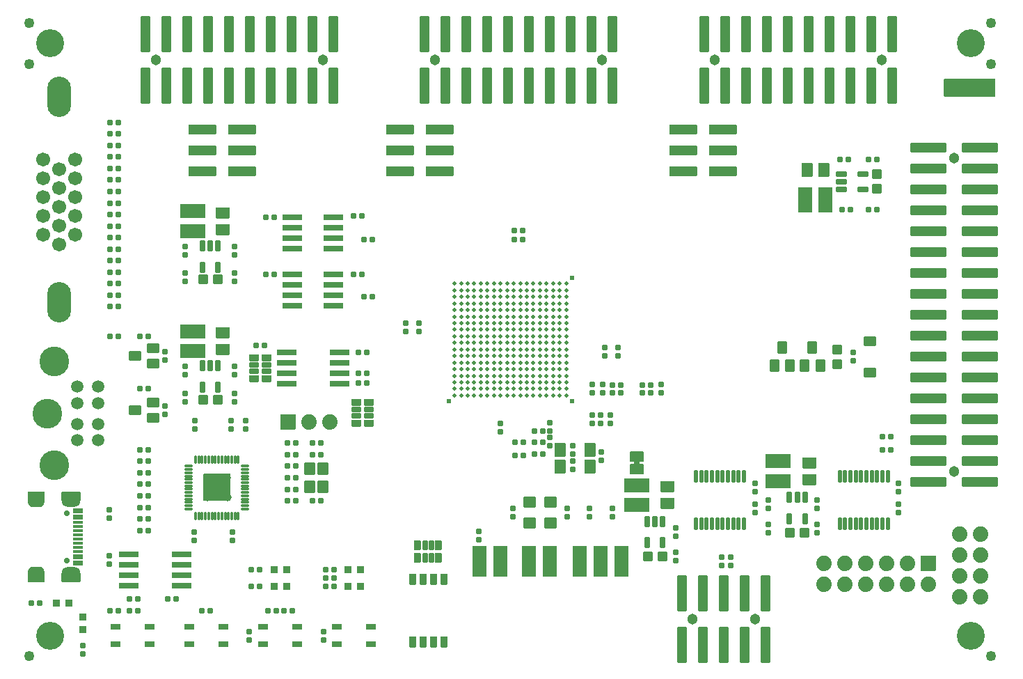
<source format=gbr>
%TF.GenerationSoftware,KiCad,Pcbnew,7.0.9-7.0.9~ubuntu22.04.1*%
%TF.CreationDate,2023-12-13T13:54:37+02:00*%
%TF.ProjectId,GateMateA1-EVB_Rev_A,47617465-4d61-4746-9541-312d4556425f,A*%
%TF.SameCoordinates,PX5f5e100PY7bfa480*%
%TF.FileFunction,Soldermask,Top*%
%TF.FilePolarity,Negative*%
%FSLAX46Y46*%
G04 Gerber Fmt 4.6, Leading zero omitted, Abs format (unit mm)*
G04 Created by KiCad (PCBNEW 7.0.9-7.0.9~ubuntu22.04.1) date 2023-12-13 13:54:37*
%MOMM*%
%LPD*%
G01*
G04 APERTURE LIST*
G04 Aperture macros list*
%AMRoundRect*
0 Rectangle with rounded corners*
0 $1 Rounding radius*
0 $2 $3 $4 $5 $6 $7 $8 $9 X,Y pos of 4 corners*
0 Add a 4 corners polygon primitive as box body*
4,1,4,$2,$3,$4,$5,$6,$7,$8,$9,$2,$3,0*
0 Add four circle primitives for the rounded corners*
1,1,$1+$1,$2,$3*
1,1,$1+$1,$4,$5*
1,1,$1+$1,$6,$7*
1,1,$1+$1,$8,$9*
0 Add four rect primitives between the rounded corners*
20,1,$1+$1,$2,$3,$4,$5,0*
20,1,$1+$1,$4,$5,$6,$7,0*
20,1,$1+$1,$6,$7,$8,$9,0*
20,1,$1+$1,$8,$9,$2,$3,0*%
G04 Aperture macros list end*
%ADD10RoundRect,0.050800X0.250000X0.275000X-0.250000X0.275000X-0.250000X-0.275000X0.250000X-0.275000X0*%
%ADD11RoundRect,0.050800X-0.250000X-0.275000X0.250000X-0.275000X0.250000X0.275000X-0.250000X0.275000X0*%
%ADD12RoundRect,0.050800X0.275000X-0.250000X0.275000X0.250000X-0.275000X0.250000X-0.275000X-0.250000X0*%
%ADD13RoundRect,0.050800X-0.275000X0.250000X-0.275000X-0.250000X0.275000X-0.250000X0.275000X0.250000X0*%
%ADD14RoundRect,0.050800X-1.651000X-0.508000X1.651000X-0.508000X1.651000X0.508000X-1.651000X0.508000X0*%
%ADD15RoundRect,0.050800X-1.500000X0.800000X-1.500000X-0.800000X1.500000X-0.800000X1.500000X0.800000X0*%
%ADD16C,0.701600*%
%ADD17RoundRect,0.050800X-1.100000X0.550000X-1.100000X-0.550000X1.100000X-0.550000X1.100000X0.550000X0*%
%ADD18O,2.301600X1.301600*%
%ADD19RoundRect,0.050800X-1.000000X0.550000X-1.000000X-0.550000X1.000000X-0.550000X1.000000X0.550000X0*%
%ADD20O,2.101600X1.401600*%
%ADD21RoundRect,0.050800X-0.575000X0.150000X-0.575000X-0.150000X0.575000X-0.150000X0.575000X0.150000X0*%
%ADD22RoundRect,0.050800X-0.575000X0.125000X-0.575000X-0.125000X0.575000X-0.125000X0.575000X0.125000X0*%
%ADD23C,1.301600*%
%ADD24RoundRect,0.050800X-2.125000X-0.500000X2.125000X-0.500000X2.125000X0.500000X-2.125000X0.500000X0*%
%ADD25RoundRect,0.050800X2.125000X0.500000X-2.125000X0.500000X-2.125000X-0.500000X2.125000X-0.500000X0*%
%ADD26RoundRect,0.050800X0.500000X-2.125000X0.500000X2.125000X-0.500000X2.125000X-0.500000X-2.125000X0*%
%ADD27C,1.879600*%
%ADD28RoundRect,0.050800X1.100000X-0.300000X1.100000X0.300000X-1.100000X0.300000X-1.100000X-0.300000X0*%
%ADD29RoundRect,0.050800X-0.380000X-0.635000X0.380000X-0.635000X0.380000X0.635000X-0.380000X0.635000X0*%
%ADD30RoundRect,0.050800X0.275000X-0.600000X0.275000X0.600000X-0.275000X0.600000X-0.275000X-0.600000X0*%
%ADD31RoundRect,0.050800X-1.100000X0.300000X-1.100000X-0.300000X1.100000X-0.300000X1.100000X0.300000X0*%
%ADD32RoundRect,0.050800X-0.508000X0.508000X-0.508000X-0.508000X0.508000X-0.508000X0.508000X0.508000X0*%
%ADD33RoundRect,0.050800X-0.508000X-0.508000X0.508000X-0.508000X0.508000X0.508000X-0.508000X0.508000X0*%
%ADD34C,1.254000*%
%ADD35RoundRect,0.050800X0.800100X-0.584200X0.800100X0.584200X-0.800100X0.584200X-0.800100X-0.584200X0*%
%ADD36RoundRect,0.050800X0.254000X-0.381000X0.254000X0.381000X-0.254000X0.381000X-0.254000X-0.381000X0*%
%ADD37RoundRect,0.050800X-0.889000X0.889000X-0.889000X-0.889000X0.889000X-0.889000X0.889000X0.889000X0*%
%ADD38RoundRect,0.050800X-0.762000X-0.635000X0.762000X-0.635000X0.762000X0.635000X-0.762000X0.635000X0*%
%ADD39RoundRect,0.050800X0.700000X-0.500000X0.700000X0.500000X-0.700000X0.500000X-0.700000X-0.500000X0*%
%ADD40C,3.401601*%
%ADD41RoundRect,0.050800X0.400000X0.400000X-0.400000X0.400000X-0.400000X-0.400000X0.400000X-0.400000X0*%
%ADD42C,1.511600*%
%ADD43C,3.601600*%
%ADD44RoundRect,0.050800X-0.500000X2.125000X-0.500000X-2.125000X0.500000X-2.125000X0.500000X2.125000X0*%
%ADD45RoundRect,0.050800X0.508000X-0.381000X0.508000X0.381000X-0.508000X0.381000X-0.508000X-0.381000X0*%
%ADD46RoundRect,0.050800X0.508000X-0.254000X0.508000X0.254000X-0.508000X0.254000X-0.508000X-0.254000X0*%
%ADD47RoundRect,0.050800X-0.525000X-0.325000X0.525000X-0.325000X0.525000X0.325000X-0.525000X0.325000X0*%
%ADD48RoundRect,0.050800X0.825500X1.841500X-0.825500X1.841500X-0.825500X-1.841500X0.825500X-1.841500X0*%
%ADD49RoundRect,0.050800X0.635000X-0.762000X0.635000X0.762000X-0.635000X0.762000X-0.635000X-0.762000X0*%
%ADD50RoundRect,0.050800X-0.381000X-0.508000X0.381000X-0.508000X0.381000X0.508000X-0.381000X0.508000X0*%
%ADD51RoundRect,0.050800X-0.254000X-0.508000X0.254000X-0.508000X0.254000X0.508000X-0.254000X0.508000X0*%
%ADD52RoundRect,0.050800X0.100000X-0.437500X0.100000X0.437500X-0.100000X0.437500X-0.100000X-0.437500X0*%
%ADD53RoundRect,0.050800X0.437500X-0.100000X0.437500X0.100000X-0.437500X0.100000X-0.437500X-0.100000X0*%
%ADD54C,1.000000*%
%ADD55C,1.800000*%
%ADD56RoundRect,0.050800X1.600000X-1.600000X1.600000X1.600000X-1.600000X1.600000X-1.600000X-1.600000X0*%
%ADD57RoundRect,0.050800X0.600000X0.275000X-0.600000X0.275000X-0.600000X-0.275000X0.600000X-0.275000X0*%
%ADD58C,0.501600*%
%ADD59C,0.601600*%
%ADD60RoundRect,0.050800X0.175000X0.700000X-0.175000X0.700000X-0.175000X-0.700000X0.175000X-0.700000X0*%
%ADD61RoundRect,0.050800X-0.600000X0.700000X-0.600000X-0.700000X0.600000X-0.700000X0.600000X0.700000X0*%
%ADD62RoundRect,0.050800X-0.700000X-0.500000X0.700000X-0.500000X0.700000X0.500000X-0.700000X0.500000X0*%
%ADD63RoundRect,0.050800X0.508000X-0.508000X0.508000X0.508000X-0.508000X0.508000X-0.508000X-0.508000X0*%
%ADD64C,1.701600*%
%ADD65O,2.901600X4.901600*%
%ADD66RoundRect,0.050800X-0.500000X-0.700000X0.500000X-0.700000X0.500000X0.700000X-0.500000X0.700000X0*%
%ADD67RoundRect,0.050800X-0.400000X0.400000X-0.400000X-0.400000X0.400000X-0.400000X0.400000X0.400000X0*%
%ADD68RoundRect,0.050800X-0.889000X-0.889000X0.889000X-0.889000X0.889000X0.889000X-0.889000X0.889000X0*%
%ADD69RoundRect,0.050800X-0.800000X-1.500000X0.800000X-1.500000X0.800000X1.500000X-0.800000X1.500000X0*%
%ADD70RoundRect,0.050800X-0.700000X-0.600000X0.700000X-0.600000X0.700000X0.600000X-0.700000X0.600000X0*%
G04 APERTURE END LIST*
D10*
X11292000Y7000000D03*
D11*
X12308000Y7000000D03*
X77100000Y34500000D03*
D10*
X76084000Y34500000D03*
D12*
X26200000Y16608000D03*
D13*
X26200000Y15592000D03*
D14*
X22587000Y65540000D03*
X27413000Y65540000D03*
X22587000Y63000000D03*
X27413000Y63000000D03*
X22587000Y60460000D03*
X27413000Y60460000D03*
D15*
X92600000Y22800000D03*
X92600000Y25200000D03*
D16*
X6030000Y13110000D03*
X6030000Y18890000D03*
D17*
X6530000Y11072400D03*
D18*
X6530000Y11680000D03*
X6530000Y20320000D03*
D17*
X6530000Y20927600D03*
D19*
X2350000Y11072400D03*
D20*
X2350000Y11680000D03*
X2350000Y20320000D03*
D19*
X2350000Y20927600D03*
D21*
X7432000Y19325000D03*
X7432000Y18525000D03*
D22*
X7432000Y17250000D03*
X7432000Y16250000D03*
X7432000Y15750000D03*
X7432000Y14750000D03*
D21*
X7432000Y13475000D03*
X7432000Y12675000D03*
X7432000Y12925000D03*
X7432000Y13725000D03*
D22*
X7432000Y14250000D03*
X7432000Y15250000D03*
X7432000Y16750000D03*
X7432000Y17750000D03*
D21*
X7432000Y18275000D03*
X7432000Y19075000D03*
D23*
X114000000Y62050000D03*
X114000000Y23950000D03*
D24*
X110875000Y63320000D03*
X117125000Y63320000D03*
X110875000Y60780000D03*
X117125000Y60780000D03*
X110875000Y58240000D03*
X117125000Y58240000D03*
X110875000Y55700000D03*
X117125000Y55700000D03*
X110875000Y53160000D03*
X117125000Y53160000D03*
X110875000Y50620000D03*
X117125000Y50620000D03*
X110875000Y48080000D03*
X117125000Y48080000D03*
X110875000Y45540000D03*
X117125000Y45540000D03*
X110875000Y43000000D03*
X117125000Y43000000D03*
X110875000Y40460000D03*
X117125000Y40460000D03*
D25*
X110875000Y37920000D03*
D24*
X117125000Y37920000D03*
D25*
X110875000Y35380000D03*
D24*
X117125000Y35380000D03*
D25*
X110875000Y32840000D03*
D24*
X117125000Y32840000D03*
D25*
X110875000Y30300000D03*
D24*
X117125000Y30300000D03*
D25*
X110875000Y27760000D03*
D24*
X117125000Y27760000D03*
D25*
X110875000Y25220000D03*
D24*
X117125000Y25220000D03*
D25*
X110875000Y22680000D03*
D24*
X117125000Y22680000D03*
D23*
X16840000Y74000000D03*
X37160000Y74000000D03*
D26*
X15570000Y70875000D03*
X15570000Y77125000D03*
X18110000Y70875000D03*
X18110000Y77125000D03*
X20650000Y70875000D03*
X20650000Y77125000D03*
X23190000Y70875000D03*
X23190000Y77125000D03*
X25730000Y70875000D03*
X25730000Y77125000D03*
X28270000Y70875000D03*
X28270000Y77125000D03*
X30810000Y70875000D03*
X30810000Y77125000D03*
X33350000Y70875000D03*
X33350000Y77125000D03*
X35890000Y70875000D03*
X35890000Y77125000D03*
X38430000Y70875000D03*
X38430000Y77125000D03*
D27*
X114630000Y11255000D03*
D23*
X84840000Y74000000D03*
X105160000Y74000000D03*
D26*
X83570000Y70875000D03*
X83570000Y77125000D03*
X86110000Y70875000D03*
X86110000Y77125000D03*
X88650000Y70875000D03*
X88650000Y77125000D03*
X91190000Y70875000D03*
X91190000Y77125000D03*
X93730000Y70875000D03*
X93730000Y77125000D03*
X96270000Y70875000D03*
X96270000Y77125000D03*
X98810000Y70875000D03*
X98810000Y77125000D03*
X101350000Y70875000D03*
X101350000Y77125000D03*
X103890000Y70875000D03*
X103890000Y77125000D03*
X106430000Y70875000D03*
X106430000Y77125000D03*
D28*
X20035000Y10095000D03*
X20035000Y11365000D03*
X20035000Y12635000D03*
X20035000Y13905000D03*
X13565000Y13905000D03*
X13565000Y12635000D03*
X13565000Y11365000D03*
X13565000Y10095000D03*
D11*
X41908000Y55000000D03*
D10*
X40892000Y55000000D03*
D29*
X48095000Y3190000D03*
X49365000Y3190000D03*
X50635000Y3190000D03*
X51905000Y3190000D03*
X51905000Y10810000D03*
X50635000Y10810000D03*
X49365000Y10810000D03*
X48095000Y10810000D03*
D10*
X62892000Y28900000D03*
D11*
X63908000Y28900000D03*
D30*
X95850000Y20800000D03*
X94900000Y20800000D03*
X93950000Y20800000D03*
X93950000Y18200000D03*
X95850000Y18200000D03*
D10*
X37492000Y11000000D03*
D11*
X38508000Y11000000D03*
D31*
X33500000Y54905000D03*
X33500000Y53635000D03*
X33500000Y52365000D03*
X33500000Y51095000D03*
X38500000Y51095000D03*
X38500000Y52365000D03*
X38500000Y53635000D03*
X38500000Y54905000D03*
D10*
X11292000Y44000000D03*
D11*
X12308000Y44000000D03*
D10*
X103600000Y61900000D03*
D11*
X104616000Y61900000D03*
D27*
X117170000Y16335000D03*
D13*
X101750000Y37392000D03*
D12*
X101750000Y38408000D03*
X86800000Y13508000D03*
D13*
X86800000Y12492000D03*
X60300001Y18492000D03*
D12*
X60300001Y19508000D03*
D11*
X77100000Y33500000D03*
D10*
X76084000Y33500000D03*
D11*
X15908000Y23800000D03*
D10*
X14892000Y23800000D03*
D13*
X91400000Y19492000D03*
D12*
X91400000Y20508000D03*
D11*
X71008000Y30800000D03*
D10*
X69992000Y30800000D03*
D13*
X18000000Y37492001D03*
D12*
X18000000Y38508001D03*
D32*
X99750000Y38788999D03*
X99750000Y37010999D03*
D10*
X14892000Y21000000D03*
D11*
X15908000Y21000000D03*
D13*
X70000000Y33492000D03*
D12*
X70000000Y34508000D03*
D33*
X22600000Y47300000D03*
X24378000Y47300000D03*
D34*
X118500000Y1500000D03*
D35*
X75400000Y24238000D03*
X75400000Y24238000D03*
D36*
X75400000Y24746000D03*
X75400000Y25254000D03*
D35*
X75400000Y25762000D03*
D12*
X91400000Y17508000D03*
D13*
X91400000Y16492000D03*
D11*
X15908000Y34000000D03*
D10*
X14892000Y34000000D03*
D12*
X85700000Y13508000D03*
D13*
X85700000Y12492000D03*
X26400000Y50292000D03*
D12*
X26400000Y51308000D03*
D11*
X12308000Y40400000D03*
D10*
X11292000Y40400000D03*
D12*
X71500000Y39008000D03*
D13*
X71500000Y37992000D03*
D11*
X2758000Y8000000D03*
D10*
X1742000Y8000000D03*
D11*
X38508000Y10000000D03*
D10*
X37492000Y10000000D03*
D37*
X110850000Y12770000D03*
D27*
X108310000Y12770000D03*
X105770000Y12770000D03*
X103230000Y12770000D03*
X100690000Y12770000D03*
X98150000Y12770000D03*
X110850000Y10230000D03*
X108310000Y10230000D03*
X105770000Y10230000D03*
X103230000Y10230000D03*
X100690000Y10230000D03*
X98150000Y10230000D03*
D38*
X79100000Y22116000D03*
X79100000Y20084000D03*
D10*
X41492000Y35900000D03*
D11*
X42508000Y35900000D03*
D39*
X103750000Y35999999D03*
X103750000Y39799999D03*
D12*
X28250000Y4508000D03*
D13*
X28250000Y3492000D03*
X37250000Y3492000D03*
D12*
X37250000Y4508000D03*
D11*
X29508000Y10000000D03*
D10*
X28492000Y10000000D03*
X11292000Y55200000D03*
D11*
X12308000Y55200000D03*
D40*
X4000000Y76000000D03*
D11*
X12308000Y58000000D03*
D10*
X11292000Y58000000D03*
D41*
X4738000Y8000000D03*
X6262000Y8000000D03*
D12*
X97300000Y17508000D03*
D13*
X97300000Y16492000D03*
D12*
X78300000Y34508000D03*
D13*
X78300000Y33492000D03*
D34*
X118500000Y73500000D03*
D42*
X7270000Y29730000D03*
X7270000Y32270000D03*
X7270000Y27740000D03*
X7270000Y34260000D03*
X9810000Y27740000D03*
X9810000Y34260000D03*
X9810000Y32270000D03*
X9810000Y29730000D03*
D43*
X4500000Y37300000D03*
X3700000Y31000000D03*
X4500000Y24700000D03*
D11*
X15908000Y16800000D03*
D10*
X14892000Y16800000D03*
D31*
X33500000Y47905000D03*
X33500000Y46635000D03*
X33500000Y45365000D03*
X33500000Y44095000D03*
X38500000Y44095000D03*
X38500000Y45365000D03*
X38500000Y46635000D03*
X38500000Y47905000D03*
D11*
X36908000Y20400000D03*
D10*
X35892000Y20400000D03*
D33*
X76711000Y13600000D03*
X78489000Y13600000D03*
D10*
X11292000Y45400000D03*
D11*
X12308000Y45400000D03*
D34*
X1500000Y73500000D03*
D10*
X35892000Y26000000D03*
D11*
X36908000Y26000000D03*
X12308001Y53800000D03*
D10*
X11292001Y53800000D03*
X11292001Y62200000D03*
D11*
X12308001Y62200000D03*
D41*
X31238000Y10000000D03*
X32762000Y10000000D03*
D12*
X107250000Y22508000D03*
D13*
X107250000Y21492000D03*
D38*
X96400000Y25016000D03*
X96400000Y22984000D03*
D13*
X64800000Y27092000D03*
D12*
X64800000Y28108000D03*
D34*
X1500000Y78500000D03*
D10*
X62892000Y27500000D03*
D11*
X63908000Y27500000D03*
D12*
X72200000Y30808000D03*
D13*
X72200000Y29792000D03*
D10*
X62892000Y26100000D03*
D11*
X63908000Y26100000D03*
D10*
X35892000Y27393800D03*
D11*
X36908000Y27393800D03*
D40*
X116000000Y4000000D03*
D11*
X29508000Y12000000D03*
D10*
X28492000Y12000000D03*
D33*
X94011000Y16500000D03*
X95789000Y16500000D03*
D13*
X20400000Y50292000D03*
D12*
X20400000Y51308000D03*
D10*
X11292000Y51000000D03*
D11*
X12308000Y51000000D03*
D23*
X89810000Y6000000D03*
X82190000Y6000000D03*
D44*
X91080000Y9125000D03*
X91080000Y2875000D03*
X88540000Y9125000D03*
X88540000Y2875000D03*
X86000000Y9125000D03*
X86000000Y2875000D03*
X83460000Y9125000D03*
X83460000Y2875000D03*
X80920000Y9125000D03*
X80920000Y2875000D03*
D13*
X80150000Y16092000D03*
D12*
X80150000Y17108000D03*
D11*
X61508000Y52200000D03*
D10*
X60492000Y52200000D03*
D12*
X21500000Y16608000D03*
D13*
X21500000Y15592000D03*
D10*
X11292000Y63600000D03*
D11*
X12308000Y63600000D03*
D45*
X42762000Y29830000D03*
X41238000Y29830000D03*
D46*
X42762000Y30719000D03*
X41238000Y30719000D03*
X42762000Y31481000D03*
X41238000Y31481000D03*
D45*
X42762000Y32370000D03*
X41238000Y32370000D03*
D15*
X21400000Y53200000D03*
X21400000Y55600000D03*
D47*
X38925000Y5075000D03*
X43075000Y5075000D03*
X38925000Y2925000D03*
X43075000Y2925000D03*
D11*
X106308000Y28200000D03*
D10*
X105292000Y28200000D03*
D48*
X64770000Y13000000D03*
X62230000Y13000000D03*
D12*
X58800000Y29808000D03*
D13*
X58800000Y28792000D03*
D47*
X29925000Y5075000D03*
X34075000Y5075000D03*
X29925000Y2925000D03*
X34075000Y2925000D03*
D45*
X30362000Y35230000D03*
X28838000Y35230000D03*
D46*
X30362000Y36119000D03*
X28838000Y36119000D03*
X30362000Y36881000D03*
X28838000Y36881000D03*
D45*
X30362000Y37770000D03*
X28838000Y37770000D03*
D13*
X71200000Y33492000D03*
D12*
X71200000Y34508000D03*
D49*
X96084000Y60600000D03*
X98116000Y60600000D03*
D13*
X89750000Y18992000D03*
D12*
X89750000Y20008000D03*
D13*
X69600000Y18492000D03*
D12*
X69600000Y19508000D03*
X56200000Y16708000D03*
D13*
X56200000Y15692000D03*
X26400000Y35692000D03*
D12*
X26400000Y36708000D03*
D10*
X41492000Y34700000D03*
D11*
X42508000Y34700000D03*
D10*
X32892000Y24600000D03*
D11*
X33908000Y24600000D03*
D49*
X66100000Y24584000D03*
X66100000Y26616000D03*
D27*
X114630000Y13795000D03*
D50*
X48730000Y13428000D03*
X48730000Y14952000D03*
D51*
X49619000Y13428000D03*
X49619000Y14952000D03*
X50381000Y13428000D03*
X50381000Y14952000D03*
D50*
X51270000Y13428000D03*
X51270000Y14952000D03*
D31*
X32765000Y38405000D03*
X32765000Y37135000D03*
X32765000Y35865000D03*
X32765000Y34595000D03*
X39235000Y34595000D03*
X39235000Y35865000D03*
X39235000Y37135000D03*
X39235000Y38405000D03*
D13*
X20400000Y35692000D03*
D12*
X20400000Y36708000D03*
D15*
X21400000Y38600000D03*
X21400000Y41000000D03*
D10*
X11292000Y48200000D03*
D11*
X12308000Y48200000D03*
D10*
X105292000Y26600000D03*
D11*
X106308000Y26600000D03*
D10*
X11292001Y59400000D03*
D11*
X12308001Y59400000D03*
D27*
X114630000Y8715000D03*
D10*
X32892000Y21800000D03*
D11*
X33908000Y21800000D03*
D52*
X21700000Y18568700D03*
X22100000Y18568700D03*
X22500000Y18568700D03*
X22900000Y18568700D03*
X23300000Y18568700D03*
X23700000Y18568700D03*
X24100000Y18568700D03*
X24500000Y18568700D03*
X24900000Y18568700D03*
X25300000Y18568700D03*
X25700000Y18568700D03*
X26100000Y18568700D03*
X26500000Y18568700D03*
X26900000Y18568700D03*
D53*
X27737500Y19406200D03*
X27737500Y19806200D03*
X27737500Y20206200D03*
X27737500Y20606200D03*
X27737500Y21006200D03*
X27737500Y21406200D03*
X27737500Y21806200D03*
X27737500Y22206200D03*
X27737500Y22606200D03*
X27737500Y23006200D03*
X27737500Y23406200D03*
X27737500Y23806200D03*
X27737500Y24206200D03*
X27737500Y24606200D03*
D52*
X26900000Y25443700D03*
X26500000Y25443700D03*
X26100000Y25443700D03*
X25700000Y25443700D03*
X25300000Y25443700D03*
X24900000Y25443700D03*
X24500000Y25443700D03*
X24100000Y25443700D03*
X23700000Y25443700D03*
X23300000Y25443700D03*
X22900000Y25443700D03*
X22500000Y25443700D03*
X22100000Y25443700D03*
X21700000Y25443700D03*
D53*
X20862500Y24606200D03*
X20862500Y24206200D03*
X20862500Y23806200D03*
X20862500Y23406200D03*
X20862500Y23006200D03*
X20862500Y22606200D03*
X20862500Y22206200D03*
X20862500Y21806200D03*
X20862500Y21406200D03*
X20862500Y21006200D03*
X20862500Y20606200D03*
X20862500Y20206200D03*
X20862500Y19806200D03*
X20862500Y19406200D03*
D54*
X23100000Y23206200D03*
X23100000Y20806200D03*
D55*
X24300000Y22006200D03*
D56*
X24300000Y22006200D03*
D54*
X25500000Y23206200D03*
X25570000Y20806200D03*
D10*
X60592000Y25900000D03*
D11*
X61608000Y25900000D03*
D47*
X11925000Y5075000D03*
X16075000Y5075000D03*
X11925000Y2925000D03*
X16075000Y2925000D03*
D10*
X60592000Y27500000D03*
D11*
X61608000Y27500000D03*
D10*
X30292000Y47900000D03*
D11*
X31308000Y47900000D03*
D30*
X24450000Y51400000D03*
X23500000Y51400000D03*
X22550000Y51400000D03*
X22550000Y48800000D03*
X24450000Y48800000D03*
D10*
X13692000Y7000000D03*
D11*
X14708000Y7000000D03*
D13*
X66899999Y18492000D03*
D12*
X66899999Y19508000D03*
D57*
X100308000Y60150000D03*
X100308000Y59200000D03*
X100308000Y58250000D03*
X102908000Y58250000D03*
X102908000Y60150000D03*
D40*
X4000000Y4000000D03*
D13*
X97300000Y19492000D03*
D12*
X97300000Y20508000D03*
D58*
X53200000Y46800000D03*
X54000000Y46800000D03*
X54800000Y46800000D03*
X55600000Y46800000D03*
X56400000Y46800000D03*
X57200000Y46800000D03*
X58000000Y46800000D03*
X58800000Y46800000D03*
X59600000Y46800000D03*
X60400000Y46800000D03*
X61200000Y46800000D03*
X62000000Y46800000D03*
X62800000Y46800000D03*
X63600000Y46800000D03*
X64400000Y46800000D03*
X65200000Y46800000D03*
X66000000Y46800000D03*
X66800000Y46800000D03*
X53200000Y46000000D03*
X54000000Y46000000D03*
X54800000Y46000000D03*
X55600000Y46000000D03*
X56400000Y46000000D03*
X57200000Y46000000D03*
X58000000Y46000000D03*
X58800000Y46000000D03*
X59600000Y46000000D03*
X60400000Y46000000D03*
X61200000Y46000000D03*
X62000000Y46000000D03*
X62800000Y46000000D03*
X63600000Y46000000D03*
X64400000Y46000000D03*
X65200000Y46000000D03*
X66000000Y46000000D03*
X66800000Y46000000D03*
X53200000Y45200000D03*
X54000000Y45200000D03*
X54800000Y45200000D03*
X55600000Y45200000D03*
X56400000Y45200000D03*
X57200000Y45200000D03*
X58000000Y45200000D03*
X58800000Y45200000D03*
X59600000Y45200000D03*
X60400000Y45200000D03*
X61200000Y45200000D03*
X62000000Y45200000D03*
X62800000Y45200000D03*
X63600000Y45200000D03*
X64400000Y45200000D03*
X65200000Y45200000D03*
X66000000Y45200000D03*
X66800000Y45200000D03*
X53200000Y44400000D03*
X54000000Y44400000D03*
X54800000Y44400000D03*
X55600000Y44400000D03*
X56400000Y44400000D03*
X57200000Y44400000D03*
X58000000Y44400000D03*
X58800000Y44400000D03*
X59600000Y44400000D03*
X60400000Y44400000D03*
X61200000Y44400000D03*
X62000000Y44400000D03*
X62800000Y44400000D03*
X63600000Y44400000D03*
X64400000Y44400000D03*
X65200000Y44400000D03*
X66000000Y44400000D03*
X66800000Y44400000D03*
X53200000Y43600000D03*
X54000000Y43600000D03*
X54800000Y43600000D03*
X55600000Y43600000D03*
X56400000Y43600000D03*
X57200000Y43600000D03*
X58000000Y43600000D03*
X58800000Y43600000D03*
X59600000Y43600000D03*
X60400000Y43600000D03*
X61200000Y43600000D03*
X62000000Y43600000D03*
X62800000Y43600000D03*
X63600000Y43600000D03*
X64400000Y43600000D03*
X65200000Y43600000D03*
X66000000Y43600000D03*
X66800000Y43600000D03*
X53200000Y42800000D03*
X54000000Y42800000D03*
X54800000Y42800000D03*
X55600000Y42800000D03*
X56400000Y42800000D03*
X57200000Y42800000D03*
X58000000Y42800000D03*
X58800000Y42800000D03*
X59600000Y42800000D03*
X60400000Y42800000D03*
X61200000Y42800000D03*
X62000000Y42800000D03*
X62800000Y42800000D03*
X63600000Y42800000D03*
X64400000Y42800000D03*
X65200000Y42800000D03*
X66000000Y42800000D03*
X66800000Y42800000D03*
X53200000Y42000000D03*
X54000000Y42000000D03*
X54800000Y42000000D03*
X55600000Y42000000D03*
X56400000Y42000000D03*
X57200000Y42000000D03*
X58000000Y42000000D03*
X58800000Y42000000D03*
X59600000Y42000000D03*
X60400000Y42000000D03*
X61200000Y42000000D03*
X62000000Y42000000D03*
X62800000Y42000000D03*
X63600000Y42000000D03*
X64400000Y42000000D03*
X65200000Y42000000D03*
X66000000Y42000000D03*
X66800000Y42000000D03*
X53200000Y41200000D03*
X54000000Y41200000D03*
X54800000Y41200000D03*
X55600000Y41200000D03*
X56400000Y41200000D03*
X57200000Y41200000D03*
X58000000Y41200000D03*
X58800000Y41200000D03*
X59600000Y41200000D03*
X60400000Y41200000D03*
X61200000Y41200000D03*
X62000000Y41200000D03*
X62800000Y41200000D03*
X63600000Y41200000D03*
X64400000Y41200000D03*
X65200000Y41200000D03*
X66000000Y41200000D03*
X66800000Y41200000D03*
X53200000Y40400000D03*
X54000000Y40400000D03*
X54800000Y40400000D03*
X55600000Y40400000D03*
X56400000Y40400000D03*
X57200000Y40400000D03*
X58000000Y40400000D03*
X58800000Y40400000D03*
X59600000Y40400000D03*
X60400000Y40400000D03*
X61200000Y40400000D03*
X62000000Y40400000D03*
X62800000Y40400000D03*
X63600000Y40400000D03*
X64400000Y40400000D03*
X65200000Y40400000D03*
X66000000Y40400000D03*
X66800000Y40400000D03*
X53200000Y39600000D03*
X54000000Y39600000D03*
X54800000Y39600000D03*
X55600000Y39600000D03*
X56400000Y39600000D03*
X57200000Y39600000D03*
X58000000Y39600000D03*
X58800000Y39600000D03*
X59600000Y39600000D03*
X60400000Y39600000D03*
X61200000Y39600000D03*
X62000000Y39600000D03*
X62800000Y39600000D03*
X63600000Y39600000D03*
X64400000Y39600000D03*
X65200000Y39600000D03*
X66000000Y39600000D03*
X66800000Y39600000D03*
D59*
X67500000Y47500000D03*
X67500000Y32500000D03*
X52500000Y32500000D03*
D58*
X53200000Y38800000D03*
X54000000Y38800000D03*
X54800000Y38800000D03*
X55600000Y38800000D03*
X56400000Y38800000D03*
X57200000Y38800000D03*
X58000000Y38800000D03*
X58800000Y38800000D03*
X59600000Y38800000D03*
X60400000Y38800000D03*
X61200000Y38800000D03*
X62000000Y38800000D03*
X62800000Y38800000D03*
X63600000Y38800000D03*
X64400000Y38800000D03*
X65200000Y38800000D03*
X66000000Y38800000D03*
X66800000Y38800000D03*
X53200000Y38000000D03*
X54000000Y38000000D03*
X54800000Y38000000D03*
X55600000Y38000000D03*
X56400000Y38000000D03*
X57200000Y38000000D03*
X58000000Y38000000D03*
X58800000Y38000000D03*
X59600000Y38000000D03*
X60400000Y38000000D03*
X61200000Y38000000D03*
X62000000Y38000000D03*
X62800000Y38000000D03*
X63600000Y38000000D03*
X64400000Y38000000D03*
X65200000Y38000000D03*
X66000000Y38000000D03*
X66800000Y38000000D03*
X53200000Y37200000D03*
X54000000Y37200000D03*
X54800000Y37200000D03*
X55600000Y37200000D03*
X56400000Y37200000D03*
X57200000Y37200000D03*
X58000000Y37200000D03*
X58800000Y37200000D03*
X59600000Y37200000D03*
X60400000Y37200000D03*
X61200000Y37200000D03*
X62000000Y37200000D03*
X62800000Y37200000D03*
X63600000Y37200000D03*
X64400000Y37200000D03*
X65200000Y37200000D03*
X66000000Y37200000D03*
X66800000Y37200000D03*
X53200000Y36400000D03*
X54000000Y36400000D03*
X54800000Y36400000D03*
X55600000Y36400000D03*
X56400000Y36400000D03*
X57200000Y36400000D03*
X58000000Y36400000D03*
X58800000Y36400000D03*
X59600000Y36400000D03*
X60400000Y36400000D03*
X61200000Y36400000D03*
X62000000Y36400000D03*
X62800000Y36400000D03*
X63600000Y36400000D03*
X64400000Y36400000D03*
X65200000Y36400000D03*
X66000000Y36400000D03*
X66800000Y36400000D03*
X53200000Y35600000D03*
X54000000Y35600000D03*
X54800000Y35600000D03*
X55600000Y35600000D03*
X56400000Y35600000D03*
X57200000Y35600000D03*
X58000000Y35600000D03*
X58800000Y35600000D03*
X59600000Y35600000D03*
X60400000Y35600000D03*
X61200000Y35600000D03*
X62000000Y35600000D03*
X62800000Y35600000D03*
X63600000Y35600000D03*
X64400000Y35600000D03*
X65200000Y35600000D03*
X66000000Y35600000D03*
X66800000Y35600000D03*
X53200000Y34800000D03*
X54000000Y34800000D03*
X54800000Y34800000D03*
X55600000Y34800000D03*
X56400000Y34800000D03*
X57200000Y34800000D03*
X58000000Y34800000D03*
X58800000Y34800000D03*
X59600000Y34800000D03*
X60400000Y34800000D03*
X61200000Y34800000D03*
X62000000Y34800000D03*
X62800000Y34800000D03*
X63600000Y34800000D03*
X64400000Y34800000D03*
X65200000Y34800000D03*
X66000000Y34800000D03*
X66800000Y34800000D03*
X53200000Y34000000D03*
X54000000Y34000000D03*
X54800000Y34000000D03*
X55600000Y34000000D03*
X56400000Y34000000D03*
X57200000Y34000000D03*
X58000000Y34000000D03*
X58800000Y34000000D03*
X59600000Y34000000D03*
X60400000Y34000000D03*
X61200000Y34000000D03*
X62000000Y34000000D03*
X62800000Y34000000D03*
X63600000Y34000000D03*
X64400000Y34000000D03*
X65200000Y34000000D03*
X66000000Y34000000D03*
X66800000Y34000000D03*
X53200000Y33200000D03*
X54000000Y33200000D03*
X54800000Y33200000D03*
X55600000Y33200000D03*
X56400000Y33200000D03*
X57200000Y33200000D03*
X58000000Y33200000D03*
X58800000Y33200000D03*
X59600000Y33200000D03*
X60400000Y33200000D03*
X61200000Y33200000D03*
X62000000Y33200000D03*
X62800000Y33200000D03*
X63600000Y33200000D03*
X64400000Y33200000D03*
X65200000Y33200000D03*
X66000000Y33200000D03*
X66800000Y33200000D03*
D13*
X11200000Y12692000D03*
D12*
X11200000Y13708000D03*
D11*
X12308001Y65000000D03*
D10*
X11292001Y65000000D03*
D23*
X50840000Y74000000D03*
X71160000Y74000000D03*
D26*
X49570000Y70875000D03*
X49570000Y77125000D03*
X52110000Y70875000D03*
X52110000Y77125000D03*
X54650000Y70875000D03*
X54650000Y77125000D03*
X57190000Y70875000D03*
X57190000Y77125000D03*
X59730000Y70875000D03*
X59730000Y77125000D03*
X62270000Y70875000D03*
X62270000Y77125000D03*
X64810000Y70875000D03*
X64810000Y77125000D03*
X67350000Y70875000D03*
X67350000Y77125000D03*
X69890000Y70875000D03*
X69890000Y77125000D03*
X72430000Y70875000D03*
X72430000Y77125000D03*
D12*
X26400000Y48108000D03*
D13*
X26400000Y47092000D03*
D60*
X88425000Y23400000D03*
X87775000Y23400000D03*
X87125000Y23400000D03*
X86475000Y23400000D03*
X85825000Y23400000D03*
X85175000Y23400000D03*
X84525000Y23400000D03*
X83875000Y23400000D03*
X83225000Y23400000D03*
X82575000Y23400000D03*
X82575000Y17600000D03*
X83225000Y17600000D03*
X83875000Y17600000D03*
X84525000Y17600000D03*
X85175000Y17600000D03*
X85825000Y17600000D03*
X86475000Y17600000D03*
X87125000Y17600000D03*
X87775000Y17600000D03*
X88425000Y17600000D03*
D41*
X40238000Y12000000D03*
X41762000Y12000000D03*
D12*
X20400000Y48108000D03*
D13*
X20400000Y47092000D03*
D48*
X58770000Y13000000D03*
X56230000Y13000000D03*
D13*
X64800000Y28892000D03*
D12*
X64800000Y29908000D03*
D27*
X117170000Y11255000D03*
D30*
X78550000Y17900000D03*
X77600000Y17900000D03*
X76650000Y17900000D03*
X76650000Y15300000D03*
X78550000Y15300000D03*
D13*
X67600000Y24192000D03*
D12*
X67600000Y25208000D03*
D11*
X12308000Y66400000D03*
D10*
X11292000Y66400000D03*
D13*
X48900000Y40992000D03*
D12*
X48900000Y42008000D03*
D10*
X22492000Y7000000D03*
D11*
X23508000Y7000000D03*
D61*
X35600000Y24300000D03*
X37200000Y22100000D03*
X37200000Y24300000D03*
X35600000Y22100000D03*
D11*
X33908000Y20400000D03*
D10*
X32892000Y20400000D03*
D11*
X30108000Y39300000D03*
D10*
X29092000Y39300000D03*
D48*
X73540000Y13000000D03*
X71000000Y13000000D03*
X68460000Y13000000D03*
D12*
X11200000Y19308000D03*
D13*
X11200000Y18292000D03*
D62*
X16507440Y30450040D03*
X16507440Y32352500D03*
X14297640Y31397460D03*
D41*
X31238000Y12000000D03*
X32762000Y12000000D03*
D27*
X114630000Y16335000D03*
D13*
X71100000Y25292000D03*
D12*
X71100000Y26308000D03*
D10*
X103592000Y55800000D03*
D11*
X104608000Y55800000D03*
D27*
X117170000Y8715000D03*
D11*
X61508000Y53300000D03*
D10*
X60492000Y53300000D03*
D11*
X15908000Y25200000D03*
D10*
X14892000Y25200000D03*
D11*
X38508000Y12000000D03*
D10*
X37492000Y12000000D03*
D63*
X104608000Y58311000D03*
X104608000Y60089000D03*
D11*
X41908000Y47900000D03*
D10*
X40892000Y47900000D03*
X11292000Y52400000D03*
D11*
X12308000Y52400000D03*
D38*
X25000000Y55416000D03*
X25000000Y53384000D03*
D10*
X11292000Y60800000D03*
D11*
X12308000Y60800000D03*
D34*
X118500000Y78500000D03*
D14*
X46587000Y65540000D03*
X51413000Y65540000D03*
X46587000Y63000000D03*
X51413000Y63000000D03*
X46587000Y60460000D03*
X51413000Y60460000D03*
D12*
X80150000Y14108000D03*
D13*
X80150000Y13092000D03*
D11*
X101116000Y61900000D03*
D10*
X100100000Y61900000D03*
D40*
X116000000Y76000000D03*
D11*
X15908000Y40400000D03*
D10*
X14892000Y40400000D03*
D11*
X33908000Y26000000D03*
D10*
X32892000Y26000000D03*
D13*
X107250000Y18992000D03*
D12*
X107250000Y20008000D03*
D62*
X16507440Y37050040D03*
X16507440Y38952500D03*
X14297640Y37997460D03*
D10*
X42192000Y52200000D03*
D11*
X43208000Y52200000D03*
D10*
X32892000Y23200000D03*
D11*
X33908000Y23200000D03*
X12308000Y49600000D03*
D10*
X11292000Y49600000D03*
X11292000Y46800000D03*
D11*
X12308000Y46800000D03*
D10*
X18292000Y8500000D03*
D11*
X19308000Y8500000D03*
X15908000Y19600000D03*
D10*
X14892000Y19600000D03*
D12*
X20400000Y33480000D03*
D13*
X20400000Y32464000D03*
D27*
X117170000Y13795000D03*
D11*
X73408000Y34500000D03*
D10*
X72392000Y34500000D03*
X32492000Y7000000D03*
D11*
X33508000Y7000000D03*
D13*
X67600000Y26092000D03*
D12*
X67600000Y27108000D03*
D64*
X7090000Y52720000D03*
X7090000Y55010000D03*
X7090000Y57300000D03*
X7090000Y59590000D03*
X7090000Y61880000D03*
X5110000Y51575000D03*
X5110000Y53865000D03*
X5110000Y56155000D03*
X5110000Y58445000D03*
X5110000Y60735000D03*
X3130000Y52720000D03*
X3130000Y55010000D03*
X3130000Y57300000D03*
X3130000Y59590000D03*
X3130000Y61880000D03*
D65*
X5110000Y69495000D03*
X5110000Y44505000D03*
D10*
X14892000Y22400000D03*
D11*
X15908000Y22400000D03*
D13*
X27800000Y29092000D03*
D12*
X27800000Y30108000D03*
D10*
X30492000Y7000000D03*
D11*
X31508000Y7000000D03*
D66*
X95800000Y36799999D03*
X97700000Y36799999D03*
X96750000Y38999999D03*
D47*
X20925000Y5075000D03*
X25075000Y5075000D03*
X20925000Y2925000D03*
X25075000Y2925000D03*
D33*
X22611000Y32700000D03*
X24389000Y32700000D03*
D12*
X8000000Y2758000D03*
D13*
X8000000Y1742000D03*
D11*
X15908000Y26600000D03*
D10*
X14892000Y26600000D03*
D11*
X15908000Y18200000D03*
D10*
X14892000Y18200000D03*
D30*
X24450000Y36800000D03*
X23500000Y36800000D03*
X22550000Y36800000D03*
X22550000Y34200000D03*
X24450000Y34200000D03*
D67*
X8000000Y4738000D03*
X8000000Y6262000D03*
D11*
X33908000Y27393800D03*
D10*
X32892000Y27393800D03*
D13*
X21600000Y29098200D03*
D12*
X21600000Y30114200D03*
D13*
X18000000Y30892000D03*
D12*
X18000000Y31908000D03*
D10*
X11292000Y56600000D03*
D11*
X12308000Y56600000D03*
D10*
X30292000Y54900000D03*
D11*
X31308000Y54900000D03*
D49*
X69700000Y24584000D03*
X69700000Y26616000D03*
D15*
X75400000Y19900000D03*
X75400000Y22300000D03*
D11*
X71008000Y29800000D03*
D10*
X69992000Y29800000D03*
D68*
X32960000Y30000000D03*
D27*
X35500000Y30000000D03*
X38040000Y30000000D03*
D38*
X25000000Y40816000D03*
X25000000Y38784000D03*
D60*
X105925000Y23400000D03*
X105275000Y23400000D03*
X104625000Y23400000D03*
X103975000Y23400000D03*
X103325000Y23400000D03*
X102675000Y23400000D03*
X102025000Y23400000D03*
X101375000Y23400000D03*
X100725000Y23400000D03*
X100075000Y23400000D03*
X100075000Y17600000D03*
X100725000Y17600000D03*
X101375000Y17600000D03*
X102025000Y17600000D03*
X102675000Y17600000D03*
X103325000Y17600000D03*
X103975000Y17600000D03*
X104625000Y17600000D03*
X105275000Y17600000D03*
X105925000Y17600000D03*
D12*
X89750000Y22508000D03*
D13*
X89750000Y21492000D03*
X47300000Y40992000D03*
D12*
X47300000Y42008000D03*
D69*
X98300000Y57000000D03*
X95900000Y57000000D03*
D11*
X73408000Y33500000D03*
D10*
X72392000Y33500000D03*
X13692000Y8500000D03*
D11*
X14708000Y8500000D03*
D10*
X42192000Y45200000D03*
D11*
X43208000Y45200000D03*
X42508000Y38400000D03*
D10*
X41492000Y38400000D03*
D34*
X1500000Y1500000D03*
D12*
X26400000Y33480000D03*
D13*
X26400000Y32464000D03*
D70*
X62330000Y17730000D03*
X64870000Y17730000D03*
X64870000Y20270000D03*
X62330000Y20270000D03*
D13*
X26000000Y29098200D03*
D12*
X26000000Y30114200D03*
X73100000Y39008000D03*
D13*
X73100000Y37992000D03*
D14*
X81087000Y65540000D03*
X85913000Y65540000D03*
X81087000Y63000000D03*
X85913000Y63000000D03*
X81087000Y60460000D03*
X85913000Y60460000D03*
D11*
X101408000Y55800000D03*
D10*
X100392000Y55800000D03*
D12*
X72400000Y19508000D03*
D13*
X72400000Y18492000D03*
D66*
X92100000Y36800000D03*
X94000000Y36800000D03*
X93050000Y39000000D03*
D41*
X40238000Y10000000D03*
X41762000Y10000000D03*
G36*
X118943039Y71730315D02*
G01*
X118988794Y71677511D01*
X119000000Y71626000D01*
X119000000Y69624000D01*
X118980315Y69556961D01*
X118927511Y69511206D01*
X118876000Y69500000D01*
X112874000Y69500000D01*
X112806961Y69519685D01*
X112761206Y69572489D01*
X112750000Y69624000D01*
X112750000Y71626000D01*
X112769685Y71693039D01*
X112822489Y71738794D01*
X112874000Y71750000D01*
X118876000Y71750000D01*
X118943039Y71730315D01*
G37*
M02*

</source>
